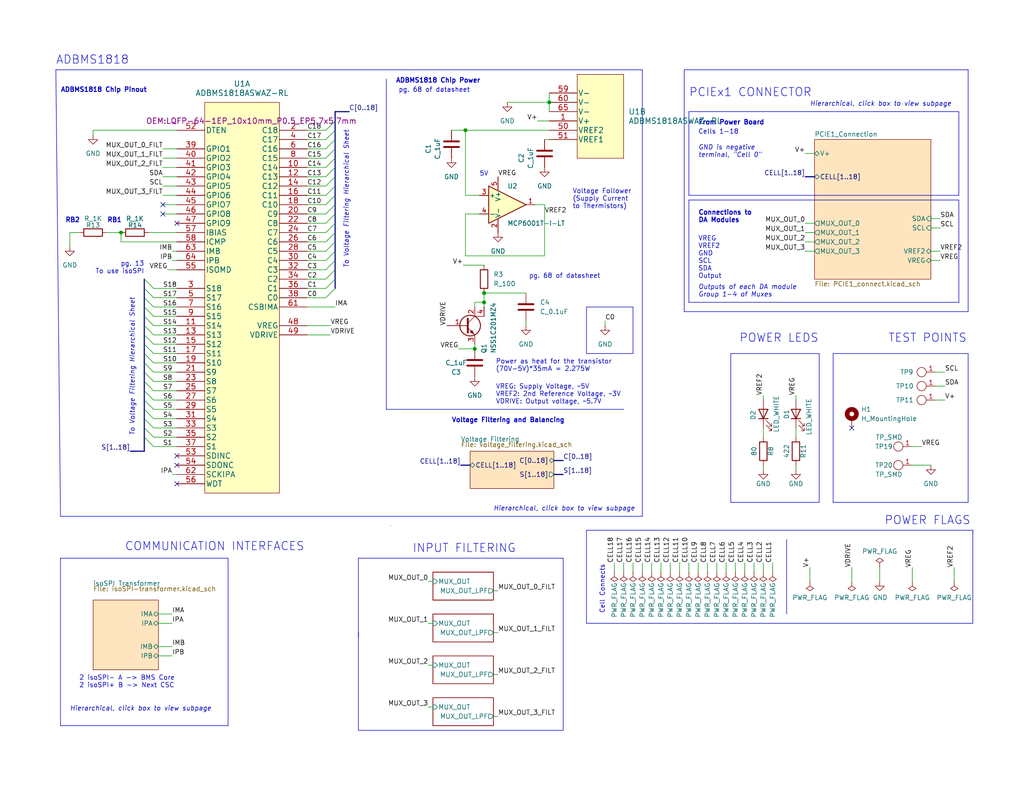
<source format=kicad_sch>
(kicad_sch (version 20250114) (generator "eeschema") (generator_version "9.0")
  (paper "A")
  (title_block (title "MkVI BMS Cell Supervisory Circuit") (date "2022-12-04") (rev "0") (company "Olin Electric Motorsports") (comment 1 "Melissa Kazazic and Dasha Chadiuk"))
  (text "5V" (at 130.81 48.26 0) (effects (font (size 1.27 1.27)) (justify left bottom)))
  (text "RB2" (at 17.78 60.96 0) (effects (font (size 1.27 1.27) (thickness 0.254) (bold yes)) (justify left bottom)))
  (text "Hierarchical, click box to view subpage" (at 134.62 139.7 0) (effects (font (size 1.27 1.27) (italic yes)) (justify left bottom)))
  (text "INPUT FILTERING" (at 112.522 151.13 0) (effects (font (size 2.2606 2.2606)) (justify left bottom)))
  (text "From Power Board" (at 190.5 34.29 0) (effects (font (size 1.27 1.27) (thickness 0.254) (bold yes)) (justify left bottom)))
  (text "Power as heat for the transistor\n(70V-5V)*35mA = 2.275W" (at 135.255 101.6 0) (effects (font (size 1.27 1.27)) (justify left bottom)))
  (text "pg. 68 of datasheet" (at 128.27 25.4 0) (effects (font (size 1.27 1.27)) (justify right bottom)))
  (text "Cells 1-18" (at 190.5 36.83 0) (effects (font (size 1.27 1.27)) (justify left bottom)))
  (text "ADBMS1818 Chip Pinout" (at 16.51 25.4 0) (effects (font (size 1.27 1.27) (thickness 0.254) (bold yes)) (justify left bottom)))
  (text "Outputs of each DA module\nGroup 1-4 of Muxes" (at 190.5 81.28 0) (effects (font (size 1.27 1.27) (italic yes)) (justify left bottom)))
  (text "pg. 68 of datasheet" (at 163.83 76.2 0) (effects (font (size 1.27 1.27)) (justify right bottom)))
  (text "2 isoSPI- A -> BMS Core\n2 isoSPI+ B -> Next CSC" (at 21.59 187.96 0) (effects (font (size 1.27 1.27)) (justify left bottom)))
  (text "COMMUNICATION INTERFACES" (at 34.036 150.622 0) (effects (font (size 2.2606 2.2606)) (justify left bottom)))
  (text "pg. 13\nTo use isoSPI" (at 39.37 74.93 0) (effects (font (size 1.27 1.27)) (justify right bottom)))
  (text "Voltage Filtering and Balancing" (at 123.19 115.57 0) (effects (font (size 1.27 1.27) (thickness 0.254) (bold yes)) (justify left bottom)))
  (text "Hierarchical, click box to view subpage" (at 19.05 194.31 0) (effects (font (size 1.27 1.27) (italic yes)) (justify left bottom)))
  (text "Voltage Follower\n(Supply Current\nto Thermistors)" (at 156.21 57.15 0) (effects (font (size 1.27 1.27)) (justify left bottom)))
  (text "ADBMS1818 Chip Power" (at 107.95 22.86 0) (effects (font (size 1.27 1.27) (thickness 0.254) (bold yes)) (justify left bottom)))
  (text "VREG\nVREF2\nGND\nSCL\nSDA\nOutput" (at 190.5 76.2 0) (effects (font (size 1.27 1.27)) (justify left bottom)))
  (text "VREG: Supply Voltage, ~5V\nVREF2: 2nd Reference Voltage, ~3V\nVDRIVE: Output voltage, ~5.7V" (at 135.255 110.49 0) (effects (font (size 1.27 1.27)) (justify left bottom)))
  (text "Connections to\nDA Modules" (at 190.5 60.96 0) (effects (font (size 1.27 1.27) (thickness 0.254) (bold yes)) (justify left bottom)))
  (text "Hierarchical, click box to view subpage" (at 220.98 29.21 0) (effects (font (size 1.27 1.27) (italic yes)) (justify left bottom)))
  (text "ADBMS1818" (at 15.24 17.78 0) (effects (font (size 2.2606 2.2606)) (justify left bottom)))
  (text "Cell Connects" (at 165.1 167.64 90) (effects (font (size 1.27 1.27)) (justify left bottom)))
  (text "POWER FLAGS\n" (at 241.3 143.51 0) (effects (font (size 2.2606 2.2606)) (justify left bottom)))
  (text "PCIEx1 CONNECTOR" (at 187.96 26.67 0) (effects (font (size 2.2606 2.2606)) (justify left bottom)))
  (text "RB1" (at 29.21 60.96 0) (effects (font (size 1.27 1.27) (thickness 0.254) (bold yes)) (justify left bottom)))
  (text "POWER LEDS" (at 201.676 93.726 0) (effects (font (size 2.2606 2.2606)) (justify left bottom)))
  (text "GND is negative\nterminal, \"Cell 0\"" (at 190.5 43.18 0) (effects (font (size 1.27 1.27) (italic yes)) (justify left bottom)))
  (text "To Voltage Filtering Hierarchical Sheet" (at 36.83 81.28 90) (effects (font (size 1.27 1.27) (italic yes)) (justify right bottom)))
  (text "To Voltage Filtering Hierarchical Sheet" (at 95.25 35.56 90) (effects (font (size 1.27 1.27) (italic yes)) (justify right bottom)))
  (text "TEST POINTS" (at 242.316 93.726 0) (effects (font (size 2.2606 2.2606)) (justify left bottom)))
  (junction (at 132.08 82.55))
  (junction (at 127 35.56))
  (junction (at 129.54 95.25))
  (junction (at 33.02 63.5))
  (junction (at 149.86 27.94))
  (junction (at 132.08 80.01))
  (no_connect (at 48.26 127))
  (no_connect (at 232.41 116.84))
  (no_connect (at 48.26 60.96))
  (no_connect (at 48.26 132.08))
  (no_connect (at 44.45 55.88))
  (no_connect (at 44.45 58.42))
  (no_connect (at 48.26 124.46))
  (bus_entry (at 39.37 96.52) (size 2.54 2.54))
  (bus_entry (at 91.44 66.04) (size -2.54 2.54))
  (bus_entry (at 91.44 71.12) (size -2.54 2.54))
  (bus_entry (at 39.37 76.2) (size 2.54 2.54))
  (bus_entry (at 39.37 78.74) (size 2.54 2.54))
  (bus_entry (at 91.44 73.66) (size -2.54 2.54))
  (bus_entry (at 39.37 114.3) (size 2.54 2.54))
  (bus_entry (at 91.44 58.42) (size -2.54 2.54))
  (bus_entry (at 91.44 48.26) (size -2.54 2.54))
  (bus_entry (at 39.37 119.38) (size 2.54 2.54))
  (bus_entry (at 91.44 43.18) (size -2.54 2.54))
  (bus_entry (at 91.44 60.96) (size -2.54 2.54))
  (bus_entry (at 39.37 83.82) (size 2.54 2.54))
  (bus_entry (at 91.44 63.5) (size -2.54 2.54))
  (bus_entry (at 39.37 81.28) (size 2.54 2.54))
  (bus_entry (at 91.44 76.2) (size -2.54 2.54))
  (bus_entry (at 91.44 78.74) (size -2.54 2.54))
  (bus_entry (at 39.37 116.84) (size 2.54 2.54))
  (bus_entry (at 91.44 50.8) (size -2.54 2.54))
  (bus_entry (at 39.37 93.98) (size 2.54 2.54))
  (bus_entry (at 91.44 68.58) (size -2.54 2.54))
  (bus_entry (at 39.37 106.68) (size 2.54 2.54))
  (bus_entry (at 39.37 88.9) (size 2.54 2.54))
  (bus_entry (at 39.37 101.6) (size 2.54 2.54))
  (bus_entry (at 91.44 53.34) (size -2.54 2.54))
  (bus_entry (at 39.37 109.22) (size 2.54 2.54))
  (bus_entry (at 39.37 104.14) (size 2.54 2.54))
  (bus_entry (at 91.44 33.02) (size -2.54 2.54))
  (bus_entry (at 39.37 111.76) (size 2.54 2.54))
  (bus_entry (at 91.44 45.72) (size -2.54 2.54))
  (bus_entry (at 39.37 91.44) (size 2.54 2.54))
  (bus_entry (at 91.44 35.56) (size -2.54 2.54))
  (bus_entry (at 39.37 86.36) (size 2.54 2.54))
  (bus_entry (at 39.37 99.06) (size 2.54 2.54))
  (bus_entry (at 91.44 38.1) (size -2.54 2.54))
  (bus_entry (at 91.44 40.64) (size -2.54 2.54))
  (bus_entry (at 91.44 55.88) (size -2.54 2.54))
  (bus (pts (xy 91.44 60.96) (xy 91.44 63.5)))
  (wire (pts (xy 149.86 25.4) (xy 149.86 27.94)))
  (wire (pts (xy 255.27 101.6) (xy 257.81 101.6)))
  (wire (pts (xy 41.91 116.84) (xy 48.26 116.84)))
  (bus (pts (xy 91.44 43.18) (xy 91.44 45.72)))
  (wire (pts (xy 255.27 105.41) (xy 257.81 105.41)))
  (wire (pts (xy 43.18 176.53) (xy 46.99 176.53)))
  (wire (pts (xy 41.91 104.14) (xy 48.26 104.14)))
  (wire (pts (xy 83.82 38.1) (xy 88.9 38.1)))
  (wire (pts (xy 83.82 66.04) (xy 88.9 66.04)))
  (polyline (pts (xy 62.23 198.12) (xy 62.23 152.4)))
  (wire (pts (xy 83.82 78.74) (xy 88.9 78.74)))
  (wire (pts (xy 44.45 50.8) (xy 48.26 50.8)))
  (wire (pts (xy 116.84 181.61) (xy 118.11 181.61)))
  (polyline (pts (xy 261.62 82.55) (xy 261.62 54.61)))
  (bus (pts (xy 91.44 40.64) (xy 91.44 43.18)))
  (wire (pts (xy 187.96 153.67) (xy 187.96 156.21)))
  (wire (pts (xy 172.72 153.67) (xy 172.72 156.21)))
  (wire (pts (xy 255.27 109.22) (xy 257.81 109.22)))
  (wire (pts (xy 41.91 99.06) (xy 48.26 99.06)))
  (polyline (pts (xy 153.67 199.39) (xy 153.67 152.4)))
  (bus (pts (xy 91.44 66.04) (xy 91.44 68.58)))
  (wire (pts (xy 132.08 83.82) (xy 132.08 82.55)))
  (wire (pts (xy 127 53.34) (xy 130.81 53.34)))
  (wire (pts (xy 83.82 55.88) (xy 88.9 55.88)))
  (wire (pts (xy 19.05 63.5) (xy 19.05 67.31)))
  (wire (pts (xy 127 35.56) (xy 127 53.34)))
  (wire (pts (xy 116.84 193.04) (xy 118.11 193.04)))
  (wire (pts (xy 40.64 63.5) (xy 48.26 63.5)))
  (wire (pts (xy 41.91 88.9) (xy 48.26 88.9)))
  (polyline (pts (xy 113.03 19.05) (xy 175.26 19.05)))
  (wire (pts (xy 248.92 158.75) (xy 248.92 154.94)))
  (polyline (pts (xy 187.96 30.48) (xy 187.96 53.34)))
  (wire (pts (xy 91.44 83.82) (xy 83.82 83.82)))
  (wire (pts (xy 240.03 154.94) (xy 240.03 158.75)))
  (bus (pts (xy 39.37 104.14) (xy 39.37 106.68)))
  (wire (pts (xy 25.4 35.56) (xy 48.26 35.56)))
  (wire (pts (xy 219.71 41.91) (xy 222.25 41.91)))
  (polyline (pts (xy 264.16 19.05) (xy 264.16 85.09)))
  (wire (pts (xy 208.28 153.67) (xy 208.28 156.21)))
  (wire (pts (xy 125.095 95.25) (xy 129.54 95.25)))
  (bus (pts (xy 39.37 123.19) (xy 39.37 119.38)))
  (bus (pts (xy 91.44 48.26) (xy 91.44 50.8)))
  (wire (pts (xy 134.62 195.58) (xy 135.89 195.58)))
  (wire (pts (xy 195.58 153.67) (xy 195.58 156.21)))
  (polyline (pts (xy 97.79 172.72) (xy 97.79 152.4)))
  (wire (pts (xy 134.62 172.72) (xy 135.89 172.72)))
  (wire (pts (xy 134.62 184.15) (xy 135.89 184.15)))
  (wire (pts (xy 33.02 66.04) (xy 33.02 63.5)))
  (wire (pts (xy 165.1 87.63) (xy 165.1 88.9)))
  (polyline (pts (xy 227.33 96.52) (xy 227.33 137.16)))
  (wire (pts (xy 127 58.42) (xy 130.81 58.42)))
  (bus (pts (xy 39.37 114.3) (xy 39.37 116.84)))
  (bus (pts (xy 91.44 33.02) (xy 91.44 35.56)))
  (wire (pts (xy 41.91 83.82) (xy 48.26 83.82)))
  (wire (pts (xy 116.84 158.75) (xy 118.11 158.75)))
  (wire (pts (xy 123.19 35.56) (xy 127 35.56)))
  (polyline (pts (xy 160.02 83.82) (xy 160.02 96.52)))
  (wire (pts (xy 41.91 114.3) (xy 48.26 114.3)))
  (bus (pts (xy 39.37 91.44) (xy 39.37 93.98)))
  (polyline (pts (xy 186.69 19.05) (xy 186.69 85.09)))
  (wire (pts (xy 232.41 158.75) (xy 232.41 154.94)))
  (polyline (pts (xy 187.96 54.61) (xy 187.96 82.55)))
  (bus (pts (xy 91.44 73.66) (xy 91.44 76.2)))
  (wire (pts (xy 148.59 55.88) (xy 148.59 69.85)))
  (wire (pts (xy 254 127) (xy 248.92 127)))
  (wire (pts (xy 219.71 60.96) (xy 222.25 60.96)))
  (polyline (pts (xy 160.02 144.78) (xy 160.02 170.18)))
  (wire (pts (xy 41.91 106.68) (xy 48.26 106.68)))
  (polyline (pts (xy 265.43 144.78) (xy 265.43 170.18)))
  (polyline (pts (xy 265.43 144.78) (xy 265.43 146.05)))
  (wire (pts (xy 208.28 107.95) (xy 208.28 109.22)))
  (wire (pts (xy 127 35.56) (xy 149.86 35.56)))
  (wire (pts (xy 46.99 71.12) (xy 48.26 71.12)))
  (wire (pts (xy 44.45 53.34) (xy 48.26 53.34)))
  (wire (pts (xy 203.2 153.67) (xy 203.2 156.21)))
  (polyline (pts (xy 261.62 53.34) (xy 261.62 30.48)))
  (wire (pts (xy 210.82 153.67) (xy 210.82 156.21)))
  (polyline (pts (xy 187.96 82.55) (xy 261.62 82.55)))
  (wire (pts (xy 219.71 63.5) (xy 222.25 63.5)))
  (bus (pts (xy 91.44 53.34) (xy 91.44 55.88)))
  (wire (pts (xy 41.91 78.74) (xy 48.26 78.74)))
  (polyline (pts (xy 15.24 19.05) (xy 113.03 19.05)))
  (bus (pts (xy 91.44 50.8) (xy 91.44 53.34)))
  (wire (pts (xy 143.51 87.63) (xy 143.51 88.9)))
  (wire (pts (xy 44.45 40.64) (xy 48.26 40.64)))
  (polyline (pts (xy 105.41 21.59) (xy 105.41 105.41)))
  (wire (pts (xy 43.18 170.18) (xy 46.99 170.18)))
  (wire (pts (xy 83.82 63.5) (xy 88.9 63.5)))
  (wire (pts (xy 254 68.58) (xy 256.54 68.58)))
  (bus (pts (xy 151.13 125.73) (xy 153.67 125.73)))
  (wire (pts (xy 83.82 48.26) (xy 88.9 48.26)))
  (polyline (pts (xy 16.51 152.4) (xy 16.51 198.12)))
  (wire (pts (xy 127 58.42) (xy 127 69.85)))
  (wire (pts (xy 41.91 101.6) (xy 48.26 101.6)))
  (polyline (pts (xy 264.16 85.09) (xy 186.69 85.09)))
  (wire (pts (xy 41.91 91.44) (xy 48.26 91.44)))
  (polyline (pts (xy 214.63 147.32) (xy 214.63 167.64)))
  (bus (pts (xy 91.44 58.42) (xy 91.44 60.96)))
  (wire (pts (xy 44.45 43.18) (xy 48.26 43.18)))
  (wire (pts (xy 83.82 68.58) (xy 88.9 68.58)))
  (wire (pts (xy 126.365 72.39) (xy 132.08 72.39)))
  (wire (pts (xy 127 69.85) (xy 148.59 69.85)))
  (wire (pts (xy 208.28 127) (xy 208.28 128.27)))
  (polyline (pts (xy 97.79 152.4) (xy 153.67 152.4)))
  (wire (pts (xy 260.35 158.75) (xy 260.35 154.94)))
  (polyline (pts (xy 264.16 96.52) (xy 264.16 137.16)))
  (wire (pts (xy 132.08 80.01) (xy 132.08 82.55)))
  (wire (pts (xy 90.17 91.44) (xy 83.82 91.44)))
  (wire (pts (xy 45.72 73.66) (xy 48.26 73.66)))
  (bus (pts (xy 91.44 38.1) (xy 91.44 40.64)))
  (wire (pts (xy 83.82 40.64) (xy 88.9 40.64)))
  (wire (pts (xy 83.82 60.96) (xy 88.9 60.96)))
  (wire (pts (xy 251.46 121.92) (xy 248.92 121.92)))
  (wire (pts (xy 193.04 153.67) (xy 193.04 156.21)))
  (wire (pts (xy 46.99 129.54) (xy 48.26 129.54)))
  (wire (pts (xy 83.82 58.42) (xy 88.9 58.42)))
  (wire (pts (xy 256.54 59.69) (xy 254 59.69)))
  (wire (pts (xy 83.82 45.72) (xy 88.9 45.72)))
  (wire (pts (xy 177.8 153.67) (xy 177.8 156.21)))
  (polyline (pts (xy 187.96 53.34) (xy 261.62 53.34)))
  (bus (pts (xy 39.37 116.84) (xy 39.37 119.38)))
  (wire (pts (xy 217.17 107.95) (xy 217.17 109.22)))
  (wire (pts (xy 83.82 35.56) (xy 88.9 35.56)))
  (wire (pts (xy 41.91 111.76) (xy 48.26 111.76)))
  (bus (pts (xy 219.71 48.26) (xy 222.25 48.26)))
  (bus (pts (xy 39.37 76.2) (xy 39.37 78.74)))
  (wire (pts (xy 116.84 170.18) (xy 118.11 170.18)))
  (polyline (pts (xy 199.39 96.52) (xy 223.52 96.52)))
  (bus (pts (xy 39.37 109.22) (xy 39.37 111.76)))
  (wire (pts (xy 256.54 62.23) (xy 254 62.23)))
  (wire (pts (xy 25.4 35.56) (xy 25.4 36.83)))
  (bus (pts (xy 39.37 93.98) (xy 39.37 96.52)))
  (wire (pts (xy 48.26 66.04) (xy 33.02 66.04)))
  (polyline (pts (xy 16.51 152.4) (xy 62.23 152.4)))
  (bus (pts (xy 91.44 45.72) (xy 91.44 48.26)))
  (polyline (pts (xy 106.68 143.51) (xy 106.68 143.51)))
  (polyline (pts (xy 105.41 105.41) (xy 105.41 111.76)))
  (wire (pts (xy 148.59 38.1) (xy 149.86 38.1)))
  (wire (pts (xy 41.91 81.28) (xy 48.26 81.28)))
  (wire (pts (xy 44.45 55.88) (xy 48.26 55.88)))
  (wire (pts (xy 146.05 55.88) (xy 148.59 55.88)))
  (wire (pts (xy 41.91 96.52) (xy 48.26 96.52)))
  (wire (pts (xy 149.86 27.94) (xy 138.43 27.94)))
  (polyline (pts (xy 97.79 199.39) (xy 153.67 199.39)))
  (wire (pts (xy 198.12 153.67) (xy 198.12 156.21)))
  (wire (pts (xy 149.86 27.94) (xy 149.86 30.48)))
  (wire (pts (xy 170.18 153.67) (xy 170.18 156.21)))
  (wire (pts (xy 83.82 71.12) (xy 88.9 71.12)))
  (wire (pts (xy 41.91 93.98) (xy 48.26 93.98)))
  (bus (pts (xy 39.37 99.06) (xy 39.37 101.6)))
  (bus (pts (xy 91.44 30.48) (xy 91.44 33.02)))
  (polyline (pts (xy 199.39 96.52) (xy 199.39 137.16)))
  (bus (pts (xy 39.37 111.76) (xy 39.37 114.3)))
  (wire (pts (xy 41.91 119.38) (xy 48.26 119.38)))
  (wire (pts (xy 208.28 116.84) (xy 208.28 119.38)))
  (bus (pts (xy 39.37 96.52) (xy 39.37 99.06)))
  (wire (pts (xy 219.71 68.58) (xy 222.25 68.58)))
  (bus (pts (xy 39.37 81.28) (xy 39.37 78.74)))
  (wire (pts (xy 90.17 88.9) (xy 83.82 88.9)))
  (polyline (pts (xy 265.43 170.18) (xy 160.02 170.18)))
  (wire (pts (xy 43.18 179.07) (xy 46.99 179.07)))
  (polyline (pts (xy 175.26 19.05) (xy 175.26 140.97)))
  (polyline (pts (xy 186.69 19.05) (xy 264.16 19.05)))
  (wire (pts (xy 217.17 116.84) (xy 217.17 119.38)))
  (wire (pts (xy 132.08 82.55) (xy 129.54 82.55)))
  (wire (pts (xy 83.82 53.34) (xy 88.9 53.34)))
  (wire (pts (xy 185.42 153.67) (xy 185.42 156.21)))
  (wire (pts (xy 200.66 153.67) (xy 200.66 156.21)))
  (wire (pts (xy 219.71 66.04) (xy 222.25 66.04)))
  (wire (pts (xy 44.45 58.42) (xy 48.26 58.42)))
  (polyline (pts (xy 97.79 172.72) (xy 97.79 173.99)))
  (polyline (pts (xy 160.02 144.78) (xy 265.43 144.78)))
  (bus (pts (xy 39.37 86.36) (xy 39.37 88.9)))
  (bus (pts (xy 39.37 106.68) (xy 39.37 109.22)))
  (polyline (pts (xy 264.16 137.16) (xy 227.33 137.16)))
  (wire (pts (xy 182.88 153.67) (xy 182.88 156.21)))
  (bus (pts (xy 91.44 63.5) (xy 91.44 66.04)))
  (bus (pts (xy 91.44 35.56) (xy 91.44 38.1)))
  (polyline (pts (xy 187.96 54.61) (xy 261.62 54.61)))
  (wire (pts (xy 167.64 153.67) (xy 167.64 156.21)))
  (polyline (pts (xy 223.52 96.52) (xy 223.52 137.16)))
  (wire (pts (xy 190.5 153.67) (xy 190.5 156.21)))
  (wire (pts (xy 21.59 63.5) (xy 19.05 63.5)))
  (bus (pts (xy 91.44 55.88) (xy 91.44 58.42)))
  (wire (pts (xy 205.74 153.67) (xy 205.74 156.21)))
  (bus (pts (xy 39.37 81.28) (xy 39.37 83.82)))
  (bus (pts (xy 35.56 123.19) (xy 39.37 123.19)))
  (polyline (pts (xy 227.33 96.52) (xy 264.16 96.52)))
  (wire (pts (xy 146.685 33.02) (xy 149.86 33.02)))
  (polyline (pts (xy 16.51 140.97) (xy 15.24 19.05)))
  (wire (pts (xy 44.45 48.26) (xy 48.26 48.26)))
  (polyline (pts (xy 172.72 83.82) (xy 172.72 96.52)))
  (wire (pts (xy 254 71.12) (xy 256.54 71.12)))
  (wire (pts (xy 43.18 167.64) (xy 46.99 167.64)))
  (wire (pts (xy 83.82 50.8) (xy 88.9 50.8)))
  (polyline (pts (xy 105.41 111.76) (xy 170.18 111.76)))
  (wire (pts (xy 44.45 45.72) (xy 48.26 45.72)))
  (bus (pts (xy 95.25 30.48) (xy 91.44 30.48)))
  (bus (pts (xy 151.13 129.54) (xy 153.67 129.54)))
  (bus (pts (xy 39.37 83.82) (xy 39.37 86.36)))
  (bus (pts (xy 91.44 68.58) (xy 91.44 71.12)))
  (wire (pts (xy 83.82 81.28) (xy 88.9 81.28)))
  (wire (pts (xy 134.62 161.29) (xy 135.89 161.29)))
  (polyline (pts (xy 97.79 199.39) (xy 97.79 172.72)))
  (polyline (pts (xy 175.26 140.97) (xy 16.51 140.97)))
  (wire (pts (xy 29.21 63.5) (xy 33.02 63.5)))
  (bus (pts (xy 91.44 76.2) (xy 91.44 78.74)))
  (polyline (pts (xy 160.02 83.82) (xy 172.72 83.82)))
  (wire (pts (xy 46.99 68.58) (xy 48.26 68.58)))
  (wire (pts (xy 220.98 158.75) (xy 220.98 154.94)))
  (polyline (pts (xy 172.72 96.52) (xy 160.02 96.52)))
  (wire (pts (xy 83.82 73.66) (xy 88.9 73.66)))
  (bus (pts (xy 91.44 71.12) (xy 91.44 73.66)))
  (wire (pts (xy 180.34 153.67) (xy 180.34 156.21)))
  (polyline (pts (xy 223.52 137.16) (xy 199.39 137.16)))
  (bus (pts (xy 39.37 101.6) (xy 39.37 104.14)))
  (wire (pts (xy 83.82 76.2) (xy 88.9 76.2)))
  (polyline (pts (xy 16.51 198.12) (xy 62.23 198.12)))
  (wire (pts (xy 129.54 95.25) (xy 129.54 93.98)))
  (wire (pts (xy 175.26 153.67) (xy 175.26 156.21)))
  (bus (pts (xy 125.73 127) (xy 128.27 127)))
  (wire (pts (xy 129.54 82.55) (xy 129.54 83.82)))
  (wire (pts (xy 132.08 80.01) (xy 143.51 80.01)))
  (bus (pts (xy 39.37 88.9) (xy 39.37 91.44)))
  (wire (pts (xy 83.82 43.18) (xy 88.9 43.18)))
  (wire (pts (xy 217.17 127) (xy 217.17 128.27)))
  (wire (pts (xy 41.91 121.92) (xy 48.26 121.92)))
  (wire (pts (xy 41.91 86.36) (xy 48.26 86.36)))
  (wire (pts (xy 41.91 109.22) (xy 48.26 109.22)))
  (polyline (pts (xy 187.96 30.48) (xy 261.62 30.48)))
  (label "VREG" (at 248.92 154.94 90))
  (label "VREG" (at 125.095 95.25 180))
  (label "S16" (at 44.45 83.82 0))
  (label "V+" (at 126.365 72.39 180))
  (label "CELL17" (at 170.18 153.67 90))
  (label "CELL6" (at 198.12 153.67 90))
  (label "MUX_OUT_2" (at 219.71 66.04 180))
  (label "S13" (at 44.45 91.44 0))
  (label "VDRIVE" (at 121.92 88.9 90))
  (label "C2" (at 83.82 76.2 0))
  (label "MUX_OUT_3" (at 116.84 193.04 180))
  (label "C17" (at 83.82 38.1 0))
  (label "VREG" (at 251.46 121.92 0))
  (label "CELL2" (at 208.28 153.67 90))
  (label "VDRIVE" (at 232.41 154.94 90))
  (label "IMA" (at 46.99 167.64 0))
  (label "C9" (at 83.82 58.42 0))
  (label "S15" (at 44.45 86.36 0))
  (label "CELL13" (at 180.34 153.67 90))
  (label "VREF2" (at 260.35 154.94 90))
  (label "CELL9" (at 190.5 153.67 90))
  (label "C14" (at 83.82 45.72 0))
  (label "IMB" (at 46.99 68.58 180))
  (label "S[1..18]" (at 35.56 123.19 180))
  (label "VREG" (at 90.17 88.9 0))
  (label "S4" (at 44.45 114.3 0))
  (label "MUX_OUT_3" (at 219.71 68.58 180))
  (label "CELL8" (at 193.04 153.67 90))
  (label "CELL3" (at 205.74 153.67 90))
  (label "VREG" (at 135.89 48.26 0))
  (label "C[0..18]" (at 95.25 30.48 0))
  (label "S9" (at 44.45 101.6 0))
  (label "CELL1" (at 210.82 153.67 90))
  (label "VREF2" (at 208.28 107.95 90))
  (label "MUX_OUT_3_FILT" (at 44.45 53.34 180))
  (label "S12" (at 44.45 93.98 0))
  (label "MUX_OUT_0_FILT" (at 135.89 161.29 0))
  (label "C13" (at 83.82 48.26 0))
  (label "C5" (at 83.82 68.58 0))
  (label "S18" (at 44.45 78.74 0))
  (label "IPA" (at 46.99 170.18 0))
  (label "CELL12" (at 182.88 153.67 90))
  (label "SCL" (at 256.54 62.23 0))
  (label "C6" (at 83.82 66.04 0))
  (label "VREF2" (at 148.59 58.42 0))
  (label "SCL" (at 257.81 101.6 0))
  (label "C0" (at 165.1 87.63 0))
  (label "C12" (at 83.82 50.8 0))
  (label "CELL14" (at 177.8 153.67 90))
  (label "IPB" (at 46.99 179.07 0))
  (label "C[0..18]" (at 153.67 125.73 0))
  (label "MUX_OUT_2_FILT" (at 44.45 45.72 180))
  (label "C15" (at 83.82 43.18 0))
  (label "MUX_OUT_0_FILT" (at 44.45 40.64 180))
  (label "S11" (at 44.45 96.52 0))
  (label "CELL7" (at 195.58 153.67 90))
  (label "CELL10" (at 187.96 153.67 90))
  (label "CELL[1..18]" (at 219.71 48.26 180))
  (label "C11" (at 83.82 53.34 0))
  (label "S17" (at 44.45 81.28 0))
  (label "MUX_OUT_1_FILT" (at 44.45 43.18 180))
  (label "VREF2" (at 256.54 68.58 0))
  (label "C8" (at 83.82 60.96 0))
  (label "MUX_OUT_2" (at 116.84 181.61 180))
  (label "C3" (at 83.82 73.66 0))
  (label "MUX_OUT_0" (at 116.84 158.75 180))
  (label "MUX_OUT_3_FILT" (at 135.89 195.58 0))
  (label "IPA" (at 46.99 129.54 180))
  (label "VDRIVE" (at 90.17 91.44 0))
  (label "MUX_OUT_1" (at 219.71 63.5 180))
  (label "C16" (at 83.82 40.64 0))
  (label "CELL18" (at 167.64 153.67 90))
  (label "IMA" (at 91.44 83.82 0))
  (label "CELL5" (at 200.66 153.67 90))
  (label "S1" (at 44.45 121.92 0))
  (label "S[1..18]" (at 153.67 129.54 0))
  (label "S3" (at 44.45 116.84 0))
  (label "SDA" (at 257.81 105.41 0))
  (label "SDA" (at 256.54 59.69 0))
  (label "V+" (at 219.71 41.91 180))
  (label "MUX_OUT_1_FILT" (at 135.89 172.72 0))
  (label "C18" (at 83.82 35.56 0))
  (label "VREG" (at 256.54 71.12 0))
  (label "CELL[1..18]" (at 125.73 127 180))
  (label "S7" (at 44.45 106.68 0))
  (label "C7" (at 83.82 63.5 0))
  (label "MUX_OUT_2_FILT" (at 135.89 184.15 0))
  (label "C1" (at 83.82 78.74 0))
  (label "C10" (at 83.82 55.88 0))
  (label "VREG" (at 217.17 107.95 90))
  (label "V+" (at 257.81 109.22 0))
  (label "IPB" (at 46.99 71.12 180))
  (label "CELL4" (at 203.2 153.67 90))
  (label "C4" (at 83.82 71.12 0))
  (label "MUX_OUT_0" (at 219.71 60.96 180))
  (label "CELL11" (at 185.42 153.67 90))
  (label "SCL" (at 44.45 50.8 180))
  (label "S6" (at 44.45 109.22 0))
  (label "CELL15" (at 175.26 153.67 90))
  (label "S8" (at 44.45 104.14 0))
  (label "S14" (at 44.45 88.9 0))
  (label "MUX_OUT_1" (at 116.84 170.18 180))
  (label "C0" (at 83.82 81.28 0))
  (label "VREG" (at 45.72 73.66 180))
  (label "S5" (at 44.45 111.76 0))
  (label "IMB" (at 46.99 176.53 0))
  (label "S10" (at 44.45 99.06 0))
  (label "CELL16" (at 172.72 153.67 90))
  (label "SDA" (at 44.45 48.26 180))
  (label "V+" (at 146.685 33.02 180))
  (label "S2" (at 44.45 119.38 0))
  (label "V+" (at 220.98 154.94 90))
  (symbol (lib_id "power:PWR_FLAG") (at 208.28 156.21 180) (unit 1)
    (property "Reference" "#FLG?" (effects (hide yes)))
    (property "Value" "PWR_FLAG" (at 208.28 163.83 90))
  )
  (symbol (lib_id "power:PWR_FLAG") (at 205.74 156.21 180) (unit 1)
    (property "Reference" "#FLG?" (effects (hide yes)))
    (property "Value" "PWR_FLAG" (at 205.74 163.83 90))
  )
  (symbol (lib_id "power:PWR_FLAG") (at 220.98 158.75 180) (unit 1)
    (property "Reference" "#FLG?" (effects (hide yes)))
    (property "Value" "PWR_FLAG" (at 220.98 163.1696 0))
  )
  (symbol (lib_id "power:GND") (at 138.43 27.94 0) (unit 1)
    (property "Reference" "#PWR?" (effects (hide yes)))
    (property "Value" "GND" (at 138.43 33.02 0))
  )
  (symbol (lib_id "power:PWR_FLAG") (at 180.34 156.21 180) (unit 1)
    (property "Reference" "#FLG?" (effects (hide yes)))
    (property "Value" "PWR_FLAG" (at 180.34 163.83 90))
  )
  (symbol (lib_id "power:GND") (at 148.59 45.72 0) (unit 1)
    (property "Reference" "#PWR?" (effects (hide yes)))
    (property "Value" "GND" (at 148.59 50.8 0))
  )
  (symbol (lib_id "power:PWR_FLAG") (at 182.88 156.21 180) (unit 1)
    (property "Reference" "#FLG?" (effects (hide yes)))
    (property "Value" "PWR_FLAG" (at 182.88 163.83 90))
  )
  (symbol (lib_id "power:GND") (at 143.51 88.9 0) (unit 1)
    (property "Reference" "#PWR?" (effects (hide yes)))
    (property "Value" "GND" (at 143.51 93.98 0))
  )
  (symbol (lib_id "OEM:0u1F") (at 143.51 83.82 0) (unit 1)
    (property "Reference" "C4" (at 147.32 82.5499 0) (effects (justify left)))
    (property "Value" "C_0.1uF" (at 147.32 85.0899 0) (effects (justify left)))
    (property "Footprint" "OEM:C_0603" (effects (hide yes)))
    (property "Datasheet" "${OEM_DIR}/parts/datasheets/samsung_CL10B104KB8NNWC.pdf" (effects (hide yes)))
    (property "MFN" "Samsung Electro-Mechanics" (effects (hide yes)))
    (property "MPN" "CL10B104KB8NNWC" (effects (hide yes)))
    (property "DKPN" "1276-1935-2-ND" (effects (hide yes)))
    (property "Package" "0603" (effects (hide yes)))
    (property "Stocked" "Reel" (effects (hide yes)))
    (property "NewDesigns" "YES" (effects (hide yes)))
    (property "Style" "SMD" (effects (hide yes)))
  )
  (symbol (lib_id "OEM:NSS1C201MZ4") (at 127 88.9 0) (unit 1)
    (property "Reference" "Q1" (at 132.08 96.52 90) (effects (justify left)))
    (property "Value" "NSS1C201MZ4" (at 134.62 96.52 90) (effects (justify left)))
    (property "Footprint" "OEM:SOT230P700X175-4N" (effects (hide yes)))
    (property "Datasheet" "https://www.onsemi.com/pdf/datasheet/nss1c201mz4-d.pdf" (effects (hide yes)))
    (property "MPN" "NSS1C201MZ4" (effects (hide yes)))
    (property "MFN" "ON Semiconductor" (effects (hide yes)))
    (property "DKPN" "NSS1C201MZ4T3GOSCT-ND" (effects (hide yes)))
    (property "NewDesigns" "YES" (effects (hide yes)))
    (property "Stocked" "Tape" (effects (hide yes)))
    (property "Package" "SOT-223/TO-261" (effects (hide yes)))
    (property "Style" "SMD" (effects (hide yes)))
  )
  (symbol (lib_id "power:PWR_FLAG") (at 193.04 156.21 180) (unit 1)
    (property "Reference" "#FLG?" (effects (hide yes)))
    (property "Value" "PWR_FLAG" (at 193.04 163.83 90))
  )
  (symbol (lib_id "power:PWR_FLAG") (at 260.35 158.75 180) (unit 1)
    (property "Reference" "#FLG?" (effects (hide yes)))
    (property "Value" "PWR_FLAG" (at 260.35 163.1696 0))
  )
  (symbol (lib_id "OEM:D_LED_White_0805") (at 208.28 113.03 90) (unit 1)
    (property "Reference" "D2" (at 205.486 112.014 0) (effects (justify right)))
    (property "Value" "LED_WHITE" (at 211.836 107.95 0) (effects (justify right)))
    (property "Footprint" "OEM:D_0805_2012Metric" (effects (hide yes)))
    (property "Datasheet" "https://www.qt-brightek.com/datasheet/QBLP631_series.pdf" (effects (hide yes)))
    (property "Description" "LED WHITE DIFFUSED 0805 SMD" (effects (hide yes)))
    (property "Sim.Pins" "1=K 2=A" (effects (hide yes)))
    (property "MPN" "QBLP631-IW" (effects (hide yes)))
  )
  (symbol (lib_id "OEM:MCP6001") (at 138.43 55.88 0) (unit 1)
    (property "Reference" "U2" (at 138.43 50.8 0) (effects (justify left)))
    (property "Value" "MCP6001T-I-LT" (at 138.43 60.96 0) (effects (justify left)))
    (property "Footprint" "Package_TO_SOT_SMD:SOT-353_SC-70-5" (effects (hide yes)))
    (property "Datasheet" "${OEM_DIR}/parts/datasheets/microchip_MCP600XX.pdf" (effects (hide yes)))
    (property "MFN" "Microchip" (effects (hide yes)))
    (property "MPN" "MCP6001T-I/OT" (effects (hide yes)))
    (property "DKPN" "MCP6001T-I/OTCT-ND" (effects (hide yes)))
    (property "Package" "SC-70-5" (effects (hide yes)))
    (property "NewDesigns" "YES" (effects (hide yes)))
    (property "Stocked" "Tape" (effects (hide yes)))
    (property "Style" "SMD" (effects (hide yes)))
  )
  (symbol (lib_id "power:PWR_FLAG") (at 240.03 154.94 0) (unit 1)
    (property "Reference" "#FLG?" (effects (hide yes)))
    (property "Value" "PWR_FLAG" (at 240.03 150.5204 0))
  )
  (symbol (lib_id "OEM:1KR") (at 36.83 63.5 90) (unit 1)
    (property "Reference" "R14" (at 36.83 61.468 90))
    (property "Value" "R_1K" (at 36.83 59.69 90))
    (property "Footprint" "OEM:R_0603" (effects (hide yes)))
    (property "Datasheet" "${OEM_DIR}/parts/datasheets/stackpole_RMCF_RMCP.pdf" (effects (hide yes)))
    (property "MFN" "Stackpole Electronics" (effects (hide yes)))
    (property "MPN" "RMCF0603FT1K00" (effects (hide yes)))
    (property "DKPN" "RMCF0603FT1K00TR-ND" (effects (hide yes)))
    (property "NewDesigns" "YES" (effects (hide yes)))
    (property "Stocked" "Reel" (effects (hide yes)))
    (property "Package" "0603" (effects (hide yes)))
    (property "Style" "SMD" (effects (hide yes)))
  )
  (symbol (lib_id "OEM:TP_1mm") (at 254 109.22 90) (unit 1) (in_bom no)
    (property "Reference" "TP11" (at 246.888 109.22 90))
    (property "Value" "TP_1mm" (effects (hide yes)))
    (property "Footprint" "OEM:Test_Point_SMD" (effects (hide yes)))
    (property "NewDesigns" "YES" (effects (hide yes)))
    (property "Package" "Custom" (effects (hide yes)))
    (property "Style" "SMD" (effects (hide yes)))
  )
  (symbol (lib_id "power:GND") (at 135.89 63.5 0) (unit 1)
    (property "Reference" "#PWR?" (effects (hide yes)))
    (property "Value" "GND" (at 135.89 68.58 0))
  )
  (symbol (lib_id "power:PWR_FLAG") (at 232.41 158.75 180) (unit 1)
    (property "Reference" "#FLG?" (effects (hide yes)))
    (property "Value" "PWR_FLAG" (at 232.41 163.1696 0))
  )
  (symbol (lib_id "OEM:1KR") (at 25.4 63.5 90) (unit 1)
    (property "Reference" "R13" (at 25.4 61.468 90))
    (property "Value" "R_1K" (at 25.4 59.69 90))
    (property "Footprint" "OEM:R_0603" (effects (hide yes)))
    (property "Datasheet" "${OEM_DIR}/parts/datasheets/stackpole_RMCF_RMCP.pdf" (effects (hide yes)))
    (property "MFN" "Stackpole Electronics" (effects (hide yes)))
    (property "MPN" "RMCF0603FT1K00" (effects (hide yes)))
    (property "DKPN" "RMCF0603FT1K00TR-ND" (effects (hide yes)))
    (property "NewDesigns" "YES" (effects (hide yes)))
    (property "Stocked" "Reel" (effects (hide yes)))
    (property "Package" "0603" (effects (hide yes)))
    (property "Style" "SMD" (effects (hide yes)))
  )
  (symbol (lib_id "OEM:TP_1mm") (at 254 105.41 90) (unit 1) (in_bom no)
    (property "Reference" "TP10" (at 246.888 105.41 90))
    (property "Value" "TP_1mm" (effects (hide yes)))
    (property "Footprint" "OEM:Test_Point_SMD" (effects (hide yes)))
    (property "NewDesigns" "YES" (effects (hide yes)))
    (property "Package" "Custom" (effects (hide yes)))
    (property "Style" "SMD" (effects (hide yes)))
  )
  (symbol (lib_id "power:PWR_FLAG") (at 198.12 156.21 180) (unit 1)
    (property "Reference" "#FLG?" (effects (hide yes)))
    (property "Value" "PWR_FLAG" (at 198.12 163.83 90))
  )
  (symbol (lib_id "power:PWR_FLAG") (at 203.2 156.21 180) (unit 1)
    (property "Reference" "#FLG?" (effects (hide yes)))
    (property "Value" "PWR_FLAG" (at 203.2 163.83 90))
  )
  (symbol (lib_id "OEM:D_LED_White_0805") (at 217.17 113.03 90) (unit 1)
    (property "Reference" "D1" (at 214.63 111.76 0) (effects (justify right)))
    (property "Value" "LED_WHITE" (at 220.726 108.712 0) (effects (justify right)))
    (property "Footprint" "OEM:D_0805_2012Metric" (effects (hide yes)))
    (property "Datasheet" "https://www.qt-brightek.com/datasheet/QBLP631_series.pdf" (effects (hide yes)))
    (property "Description" "LED WHITE DIFFUSED 0805 SMD" (effects (hide yes)))
    (property "Sim.Pins" "1=K 2=A" (effects (hide yes)))
    (property "MPN" "QBLP631-IW" (effects (hide yes)))
  )
  (symbol (lib_id "power:PWR_FLAG") (at 185.42 156.21 180) (unit 1)
    (property "Reference" "#FLG?" (effects (hide yes)))
    (property "Value" "PWR_FLAG" (at 185.42 163.83 90))
  )
  (symbol (lib_id "power:GND") (at 165.1 88.9 0) (unit 1)
    (property "Reference" "#PWR?" (effects (hide yes)))
    (property "Value" "GND" (at 165.1 93.98 0))
  )
  (symbol (lib_id "power:PWR_FLAG") (at 248.92 158.75 180) (unit 1)
    (property "Reference" "#FLG?" (effects (hide yes)))
    (property "Value" "PWR_FLAG" (at 248.92 163.1696 0))
  )
  (symbol (lib_id "power:GND") (at 217.17 128.27 0) (unit 1)
    (property "Reference" "#PWR?" (effects (hide yes)))
    (property "Value" "GND" (at 217.17 132.08 0))
  )
  (symbol (lib_id "OEM:1KR") (at 217.17 123.19 0) (unit 1)
    (property "Reference" "R11" (at 219.202 123.19 90))
    (property "Value" "422" (at 214.63 123.19 90))
    (property "Footprint" "OEM:R_0603" (effects (hide yes)))
    (property "Datasheet" "${OEM_DIR}/parts/datasheets/stackpole_RMCF_RMCP.pdf" (effects (hide yes)))
    (property "MFN" "Stackpole Electronics" (effects (hide yes)))
    (property "MPN" "RMCF0603FT1K00" (effects (hide yes)))
    (property "DKPN" "RMCF0603FT1K00TR-ND" (effects (hide yes)))
    (property "NewDesigns" "YES" (effects (hide yes)))
    (property "Stocked" "Reel" (effects (hide yes)))
    (property "Package" "0603" (effects (hide yes)))
    (property "Style" "SMD" (effects (hide yes)))
  )
  (symbol (lib_id "power:GND") (at 25.4 36.83 0) (unit 1)
    (property "Reference" "#PWR?" (effects (hide yes)))
    (property "Value" "GND" (at 25.4 41.91 0))
  )
  (symbol (lib_id "power:PWR_FLAG") (at 210.82 156.21 180) (unit 1)
    (property "Reference" "#FLG?" (effects (hide yes)))
    (property "Value" "PWR_FLAG" (at 210.82 163.83 90))
  )
  (symbol (lib_id "OEM:1uF") (at 123.19 39.37 180) (unit 1)
    (property "Reference" "C1" (at 116.84 40.64 90))
    (property "Value" "C_1uF" (at 119.38 40.64 90))
    (property "Footprint" "OEM:C_0603" (effects (hide yes)))
    (property "Datasheet" "https://media.digikey.com/pdf/Data%20Sheets/Samsung%20PDFs/CL10B105KA8NNNC_spec.pdf" (effects (hide yes)))
    (property "MFN" "Samsung Electro-Mechanics" (effects (hide yes)))
    (property "MPN" "CL10B105KA8NNNC" (effects (hide yes)))
    (property "DKPN" "1276-1184-2-ND" (effects (hide yes)))
    (property "Package" "0603" (effects (hide yes)))
    (property "Stocked" "Reel" (effects (hide yes)))
    (property "NewDesigns" "YES" (effects (hide yes)))
    (property "Style" "SMD" (effects (hide yes)))
  )
  (symbol (lib_id "OEM:TP_SMD") (at 247.65 121.92 90) (unit 1)
    (property "Reference" "TP19" (at 238.76 121.92 90) (effects (justify right)))
    (property "Value" "TP_SMD" (at 242.57 119.38 90))
    (property "Footprint" "footprints:Test_Point_SMD" (effects (hide yes)))
    (property "MPN" "5019" (effects (hide yes)))
    (property "MFN" "Keystone" (effects (hide yes)))
    (property "DKPN" "36-5019TR-ND" (effects (hide yes)))
    (property "NewDesigns" "YES" (effects (hide yes)))
    (property "Stocked" "Reel" (effects (hide yes)))
    (property "Package" "Custom" (effects (hide yes)))
    (property "Style" "SMD" (effects (hide yes)))
  )
  (symbol (lib_id "OEM:1KR") (at 208.28 123.19 0) (unit 1)
    (property "Reference" "R8" (at 210.312 123.19 90))
    (property "Value" "80" (at 205.74 123.19 90))
    (property "Footprint" "OEM:R_0603" (effects (hide yes)))
    (property "Datasheet" "${OEM_DIR}/parts/datasheets/stackpole_RMCF_RMCP.pdf" (effects (hide yes)))
    (property "MFN" "Stackpole Electronics" (effects (hide yes)))
    (property "MPN" "RMCF0603FT1K00" (effects (hide yes)))
    (property "DKPN" "RMCF0603FT1K00TR-ND" (effects (hide yes)))
    (property "NewDesigns" "YES" (effects (hide yes)))
    (property "Stocked" "Reel" (effects (hide yes)))
    (property "Package" "0603" (effects (hide yes)))
    (property "Style" "SMD" (effects (hide yes)))
  )
  (symbol (lib_id "OEM:U_Cell-Batt-Monitor_ADBMS1818ASWAZ-RL_LQFP-64-10x10") (at 66.04 71.12 0) (unit 1)
    (property "Reference" "U1" (at 66.04 22.86 0) (effects (font (size 1.524 1.524))))
    (property "Value" "ADBMS1818ASWAZ-RL" (at 66.04 25.4 0) (effects (font (size 1.524 1.524))))
    (property "Footprint" "OEM:LQFP-64-1EP_10x10mm_P0.5_EP5.7x5.7mm" (at 68.58 33.02 0) (effects (font (size 1.524 1.524))))
    (property "Datasheet" "https://www.analog.com/media/en/technical-documentation/data-sheets/adbms1818.pdf" (effects (hide yes)))
    (property "Description" "18-CELL BATTERY MONITOR WITH DAI" (effects (hide yes)))
    (property "MPN" "ADBMS1818ASWAZ-RL" (effects (hide yes)))
  )
  (symbol (lib_id "power:PWR_FLAG") (at 170.18 156.21 180) (unit 1)
    (property "Reference" "#FLG?" (effects (hide yes)))
    (property "Value" "PWR_FLAG" (at 170.18 163.83 90))
  )
  (symbol (lib_id "OEM:100R") (at 132.08 76.2 0) (unit 1)
    (property "Reference" "R3" (at 134.62 74.9299 0) (effects (justify left)))
    (property "Value" "R_100" (at 134.62 77.4699 0) (effects (justify left)))
    (property "Footprint" "OEM:R_2512_6332Metric" (effects (hide yes)))
    (property "Datasheet" "${OEM_DIR}/parts/datasheets/stackpole_RMCF_RMCP.pdf" (effects (hide yes)))
    (property "MFN" "Stackpole Electronics" (effects (hide yes)))
    (property "MPN" "RMCF0603FT100R" (effects (hide yes)))
    (property "DKPN" "RMCF0603FT100RTR-ND" (effects (hide yes)))
    (property "NewDesigns" "YES" (effects (hide yes)))
    (property "Stocked" "Reel" (effects (hide yes)))
    (property "Package" "0603" (effects (hide yes)))
    (property "Style" "SMD" (effects (hide yes)))
  )
  (symbol (lib_id "power:GND") (at 123.19 43.18 0) (unit 1)
    (property "Reference" "#PWR?" (effects (hide yes)))
    (property "Value" "GND" (at 123.19 48.26 0))
  )
  (symbol (lib_id "OEM:H_MountingHole") (at 232.41 114.3 0) (unit 1) (in_bom no)
    (property "Reference" "H1" (at 234.95 111.7599 0) (effects (justify left)))
    (property "Value" "H_MountingHole" (at 234.95 114.2999 0) (effects (justify left)))
    (property "Footprint" "OEM:H_MountingHole" (effects (hide yes)))
    (property "Description" "Mounting Hole with connection" (effects (hide yes)))
  )
  (symbol (lib_id "OEM:1uF") (at 129.54 99.06 180) (unit 1)
    (property "Reference" "C3" (at 124.46 101.6 0))
    (property "Value" "C_1uF" (at 124.46 99.06 0))
    (property "Footprint" "OEM:C_0603" (effects (hide yes)))
    (property "Datasheet" "https://media.digikey.com/pdf/Data%20Sheets/Samsung%20PDFs/CL10B105KA8NNNC_spec.pdf" (effects (hide yes)))
    (property "MFN" "Samsung Electro-Mechanics" (effects (hide yes)))
    (property "MPN" "CL10B105KA8NNNC" (effects (hide yes)))
    (property "DKPN" "1276-1184-2-ND" (effects (hide yes)))
    (property "Package" "0603" (effects (hide yes)))
    (property "Stocked" "Reel" (effects (hide yes)))
    (property "NewDesigns" "YES" (effects (hide yes)))
    (property "Style" "SMD" (effects (hide yes)))
  )
  (symbol (lib_id "power:GND") (at 129.54 102.87 0) (unit 1)
    (property "Reference" "#PWR?" (effects (hide yes)))
    (property "Value" "GND" (at 129.54 107.95 0))
  )
  (symbol (lib_id "power:GND") (at 19.05 67.31 0) (unit 1)
    (property "Reference" "#PWR?" (effects (hide yes)))
    (property "Value" "GND" (at 19.05 72.39 0))
  )
  (symbol (lib_id "power:GND") (at 254 127 0) (unit 1)
    (property "Reference" "#PWR?" (effects (hide yes)))
    (property "Value" "GND" (at 254 132.08 0))
  )
  (symbol (lib_id "power:PWR_FLAG") (at 190.5 156.21 180) (unit 1)
    (property "Reference" "#FLG?" (effects (hide yes)))
    (property "Value" "PWR_FLAG" (at 190.5 163.83 90))
  )
  (symbol (lib_id "power:PWR_FLAG") (at 187.96 156.21 180) (unit 1)
    (property "Reference" "#FLG?" (effects (hide yes)))
    (property "Value" "PWR_FLAG" (at 187.96 163.83 90))
  )
  (symbol (lib_id "power:PWR_FLAG") (at 167.64 156.21 180) (unit 1)
    (property "Reference" "#FLG?" (effects (hide yes)))
    (property "Value" "PWR_FLAG" (at 167.64 163.83 90))
  )
  (symbol (lib_name "U_Cell-Batt-Monitor_ADBMS1818ASWAZ-RL_LQFP-64-10x10_1") (lib_id "OEM:U_Cell-Batt-Monitor_ADBMS1818ASWAZ-RL_LQFP-64-10x10") (at 163.83 30.48 0) (unit 2)
    (property "Reference" "U1" (at 171.45 30.4799 0) (effects (font (size 1.524 1.524)) (justify left)))
    (property "Value" "ADBMS1818ASWAZ-RL" (at 171.45 33.0199 0) (effects (font (size 1.524 1.524)) (justify left)))
    (property "Footprint" "OEM:LQFP-64-1EP_10x10mm_P0.5mm_EP6.5x6.5mm" (effects (hide yes)))
    (property "Datasheet" "https://www.analog.com/media/en/technical-documentation/data-sheets/adbms1818.pdf" (effects (hide yes)))
    (property "Description" "18-CELL BATTERY MONITOR WITH DAI" (effects (hide yes)))
    (property "MPN" "ADBMS1818ASWAZ-RL" (effects (hide yes)))
  )
  (symbol (lib_id "power:PWR_FLAG") (at 200.66 156.21 180) (unit 1)
    (property "Reference" "#FLG?" (effects (hide yes)))
    (property "Value" "PWR_FLAG" (at 200.66 163.83 90))
  )
  (symbol (lib_id "power:PWR_FLAG") (at 172.72 156.21 180) (unit 1)
    (property "Reference" "#FLG?" (effects (hide yes)))
    (property "Value" "PWR_FLAG" (at 172.72 163.83 90))
  )
  (symbol (lib_id "power:GND") (at 240.03 158.75 0) (unit 1)
    (property "Reference" "#PWR?" (effects (hide yes)))
    (property "Value" "GND" (at 240.157 163.1442 0))
  )
  (symbol (lib_id "OEM:TP_1mm") (at 254 101.6 90) (unit 1) (in_bom no)
    (property "Reference" "TP9" (at 247.396 101.6 90))
    (property "Value" "TP_1mm" (effects (hide yes)))
    (property "Footprint" "OEM:Test_Point_SMD" (effects (hide yes)))
    (property "NewDesigns" "YES" (effects (hide yes)))
    (property "Package" "Custom" (effects (hide yes)))
    (property "Style" "SMD" (effects (hide yes)))
  )
  (symbol (lib_id "power:PWR_FLAG") (at 175.26 156.21 180) (unit 1)
    (property "Reference" "#FLG?" (effects (hide yes)))
    (property "Value" "PWR_FLAG" (at 175.26 163.83 90))
  )
  (symbol (lib_id "power:PWR_FLAG") (at 195.58 156.21 180) (unit 1)
    (property "Reference" "#FLG?" (effects (hide yes)))
    (property "Value" "PWR_FLAG" (at 195.58 163.83 90))
  )
  (symbol (lib_id "power:PWR_FLAG") (at 177.8 156.21 180) (unit 1)
    (property "Reference" "#FLG?" (effects (hide yes)))
    (property "Value" "PWR_FLAG" (at 177.8 163.83 90))
  )
  (symbol (lib_id "power:GND") (at 208.28 128.27 0) (unit 1)
    (property "Reference" "#PWR?" (effects (hide yes)))
    (property "Value" "GND" (at 208.28 132.08 0))
  )
  (symbol (lib_id "OEM:TP_SMD") (at 247.65 127 90) (unit 1)
    (property "Reference" "TP20" (at 238.76 127 90) (effects (justify right)))
    (property "Value" "TP_SMD" (at 242.57 129.54 90))
    (property "Footprint" "footprints:Test_Point_SMD" (effects (hide yes)))
    (property "MPN" "5019" (effects (hide yes)))
    (property "MFN" "Keystone" (effects (hide yes)))
    (property "DKPN" "36-5019TR-ND" (effects (hide yes)))
    (property "NewDesigns" "YES" (effects (hide yes)))
    (property "Stocked" "Reel" (effects (hide yes)))
    (property "Package" "Custom" (effects (hide yes)))
    (property "Style" "SMD" (effects (hide yes)))
  )
  (symbol (lib_id "OEM:1uF") (at 148.59 41.91 180) (unit 1)
    (property "Reference" "C2" (at 142.24 43.18 90))
    (property "Value" "C_1uF" (at 144.78 43.18 90))
    (property "Footprint" "OEM:C_0603" (effects (hide yes)))
    (property "Datasheet" "https://media.digikey.com/pdf/Data%20Sheets/Samsung%20PDFs/CL10B105KA8NNNC_spec.pdf" (effects (hide yes)))
    (property "MFN" "Samsung Electro-Mechanics" (effects (hide yes)))
    (property "MPN" "CL10B105KA8NNNC" (effects (hide yes)))
    (property "DKPN" "1276-1184-2-ND" (effects (hide yes)))
    (property "Package" "0603" (effects (hide yes)))
    (property "Stocked" "Reel" (effects (hide yes)))
    (property "NewDesigns" "YES" (effects (hide yes)))
    (property "Style" "SMD" (effects (hide yes)))
  )
  (sheet (at 118.11 190.5) (size 16.51 7.62) (stroke (width 0.1524))
    (property "Sheetname" "Input Signal Filtering3" (effects (hide yes)))
    (property "Sheetfile" "mux_input_lpfs.kicad_sch" (effects (hide yes)))
    (pin "MUX_OUT_LPF" output (at 134.62 195.58 0))
    (pin "MUX_OUT" input (at 118.11 193.04 180))
  )
  (sheet (at 25.4 163.83) (size 17.78 19.05) (stroke (width 0.1524)) (fill (color 255 229 191 1.0000))
    (property "Sheetname" "isoSPI Transformer" (at 25.4 160.02 0) (effects (justify left bottom)))
    (property "Sheetfile" "isoSPI-transformer.kicad_sch" (at 25.4 160.02 0) (effects (justify left top)))
    (pin "IPB" bidirectional (at 43.18 179.07 0))
    (pin "IMB" bidirectional (at 43.18 176.53 0))
    (pin "IPA" bidirectional (at 43.18 170.18 0))
    (pin "IMA" bidirectional (at 43.18 167.64 0))
  )
  (sheet (at 222.25 38.1) (size 31.75 38.1) (stroke (width 0.1524)) (fill (color 255 229 191 1.0000))
    (property "Sheetname" "PCIE1_Connection" (at 222.25 37.3884 0) (effects (justify left bottom)))
    (property "Sheetfile" "PCIE1_connect.kicad_sch" (at 222.25 76.7846 0) (effects (justify left top)))
    (pin "VREG" bidirectional (at 254 71.12 0))
    (pin "V+" bidirectional (at 222.25 41.91 180))
    (pin "VREF2" bidirectional (at 254 68.58 0))
    (pin "SDA" input (at 254 59.69 0))
    (pin "SCL" input (at 254 62.23 0))
    (pin "CELL[1..18]" bidirectional (at 222.25 48.26 180))
    (pin "MUX_OUT_3" output (at 222.25 68.58 180))
    (pin "MUX_OUT_2" output (at 222.25 66.04 180))
    (pin "MUX_OUT_1" output (at 222.25 63.5 180))
    (pin "MUX_OUT_0" output (at 222.25 60.96 180))
  )
  (sheet (at 128.27 123.19) (size 22.86 10.16) (stroke (width 0.1524)) (fill (color 255 229 191 1.0000))
    (property "Sheetname" "Voltage Filtering" (at 125.73 120.65 0) (effects (justify left bottom)))
    (property "Sheetfile" "voltage_filtering.kicad_sch" (at 125.73 120.65 0) (effects (justify left top)))
    (pin "CELL[1..18]" bidirectional (at 128.27 127 180))
    (pin "S[1..18]" output (at 151.13 129.54 0))
    (pin "C[0..18]" bidirectional (at 151.13 125.73 0))
  )
  (sheet (at 118.11 156.21) (size 16.51 7.62) (stroke (width 0.1524))
    (property "Sheetname" "Input Signal Filtering" (effects (hide yes)))
    (property "Sheetfile" "mux_input_lpfs.kicad_sch" (effects (hide yes)))
    (pin "MUX_OUT_LPF" output (at 134.62 161.29 0))
    (pin "MUX_OUT" input (at 118.11 158.75 180))
  )
  (sheet (at 118.11 167.64) (size 16.51 7.62) (stroke (width 0.1524))
    (property "Sheetname" "Input Signal Filtering1" (effects (hide yes)))
    (property "Sheetfile" "mux_input_lpfs.kicad_sch" (effects (hide yes)))
    (pin "MUX_OUT_LPF" output (at 134.62 172.72 0))
    (pin "MUX_OUT" input (at 118.11 170.18 180))
  )
  (sheet (at 118.11 179.07) (size 16.51 7.62) (stroke (width 0.1524))
    (property "Sheetname" "Input Signal Filtering2" (effects (hide yes)))
    (property "Sheetfile" "mux_input_lpfs.kicad_sch" (effects (hide yes)))
    (pin "MUX_OUT_LPF" output (at 134.62 184.15 0))
    (pin "MUX_OUT" input (at 118.11 181.61 180))
  )
)
</source>
